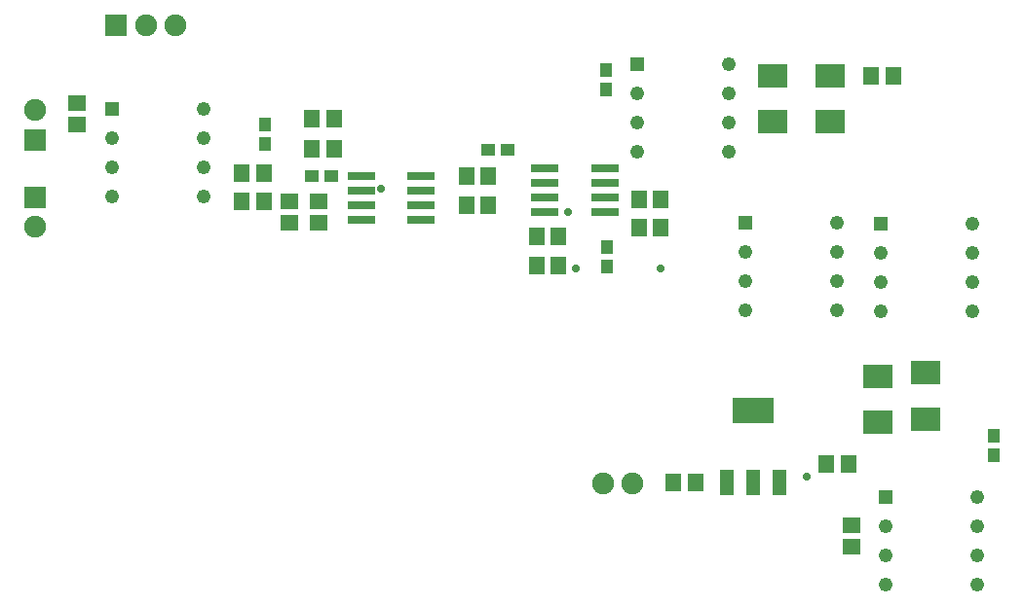
<source format=gts>
G04*
G04 #@! TF.GenerationSoftware,Altium Limited,Altium Designer,24.0.1 (36)*
G04*
G04 Layer_Color=8388736*
%FSLAX44Y44*%
%MOMM*%
G71*
G04*
G04 #@! TF.SameCoordinates,20C74B94-4111-4091-B890-7D796C08C91C*
G04*
G04*
G04 #@! TF.FilePolarity,Negative*
G04*
G01*
G75*
%ADD13R,2.6000X2.1000*%
%ADD14R,1.1000X1.2000*%
%ADD15R,1.4000X1.6000*%
%ADD16R,1.2000X1.1000*%
%ADD17R,2.3500X0.7000*%
%ADD18R,1.6000X1.4000*%
%ADD19R,3.6000X2.3000*%
%ADD20R,1.3000X2.3000*%
%ADD21R,1.2300X1.2300*%
%ADD22C,1.2300*%
%ADD23R,1.9000X1.9000*%
%ADD24C,1.9000*%
%ADD25R,1.9000X1.9000*%
%ADD26C,0.7000*%
D13*
X1071000Y1016000D02*
D03*
Y1056000D02*
D03*
X1204000Y797000D02*
D03*
Y757000D02*
D03*
X1161994Y753999D02*
D03*
Y793999D02*
D03*
X1121000Y1056000D02*
D03*
Y1016000D02*
D03*
D14*
X926000Y1043500D02*
D03*
Y1060500D02*
D03*
X927000Y889500D02*
D03*
Y906500D02*
D03*
X630000Y1013500D02*
D03*
Y996500D02*
D03*
X1263000Y725500D02*
D03*
Y742500D02*
D03*
D15*
X954600Y923865D02*
D03*
X973600D02*
D03*
X954600Y947865D02*
D03*
X973600D02*
D03*
X884500Y916000D02*
D03*
X865500D02*
D03*
X884426Y890300D02*
D03*
X865426D02*
D03*
X823500Y968000D02*
D03*
X804500D02*
D03*
X823500Y943000D02*
D03*
X804500D02*
D03*
X689500Y1018000D02*
D03*
X670500D02*
D03*
X689500Y992000D02*
D03*
X670500D02*
D03*
X628500Y971000D02*
D03*
X609500D02*
D03*
X628500Y946000D02*
D03*
X609500D02*
D03*
X1175500Y1056000D02*
D03*
X1156500D02*
D03*
X984500Y702000D02*
D03*
X1003500D02*
D03*
X1136500Y718000D02*
D03*
X1117500D02*
D03*
D16*
X840500Y991000D02*
D03*
X823500D02*
D03*
X687500Y968000D02*
D03*
X670500D02*
D03*
D17*
X765000Y929950D02*
D03*
Y942650D02*
D03*
Y955350D02*
D03*
Y968050D02*
D03*
X713000Y929950D02*
D03*
Y942650D02*
D03*
Y955350D02*
D03*
Y968050D02*
D03*
X925000Y936950D02*
D03*
Y949650D02*
D03*
Y962350D02*
D03*
Y975050D02*
D03*
X873000Y936950D02*
D03*
Y949650D02*
D03*
Y962350D02*
D03*
Y975050D02*
D03*
D18*
X676000Y946500D02*
D03*
Y927500D02*
D03*
X651000Y946500D02*
D03*
Y927500D02*
D03*
X466000Y1013000D02*
D03*
Y1032000D02*
D03*
X1139000Y645500D02*
D03*
Y664500D02*
D03*
D19*
X1054000Y764000D02*
D03*
D20*
X1077000Y702000D02*
D03*
X1054000D02*
D03*
X1031000D02*
D03*
D21*
X952800Y1066100D02*
D03*
X496800Y1027100D02*
D03*
X1047000Y927400D02*
D03*
X1164800Y927100D02*
D03*
X1168800Y689100D02*
D03*
D22*
X952800Y1040700D02*
D03*
Y1015300D02*
D03*
Y989900D02*
D03*
X1032200D02*
D03*
Y1015300D02*
D03*
Y1040700D02*
D03*
Y1066100D02*
D03*
X496800Y1001700D02*
D03*
Y976300D02*
D03*
Y950900D02*
D03*
X576200D02*
D03*
Y976300D02*
D03*
Y1001700D02*
D03*
Y1027100D02*
D03*
X1047000Y902000D02*
D03*
Y876600D02*
D03*
Y851200D02*
D03*
X1126400D02*
D03*
Y876600D02*
D03*
Y902000D02*
D03*
Y927400D02*
D03*
X1164800Y901700D02*
D03*
Y876300D02*
D03*
Y850900D02*
D03*
X1244200D02*
D03*
Y876300D02*
D03*
Y901700D02*
D03*
Y927100D02*
D03*
X1168800Y663700D02*
D03*
Y638300D02*
D03*
Y612900D02*
D03*
X1248200D02*
D03*
Y638300D02*
D03*
Y663700D02*
D03*
Y689100D02*
D03*
D23*
X500000Y1100000D02*
D03*
D24*
X552000D02*
D03*
X526000D02*
D03*
X430000Y1026000D02*
D03*
Y924000D02*
D03*
X923000Y701000D02*
D03*
X949000D02*
D03*
D25*
X430000Y1000000D02*
D03*
Y950000D02*
D03*
D26*
X729996Y957580D02*
D03*
X892556Y937006D02*
D03*
X899668Y888238D02*
D03*
X973092D02*
D03*
X1100582Y706518D02*
D03*
M02*

</source>
